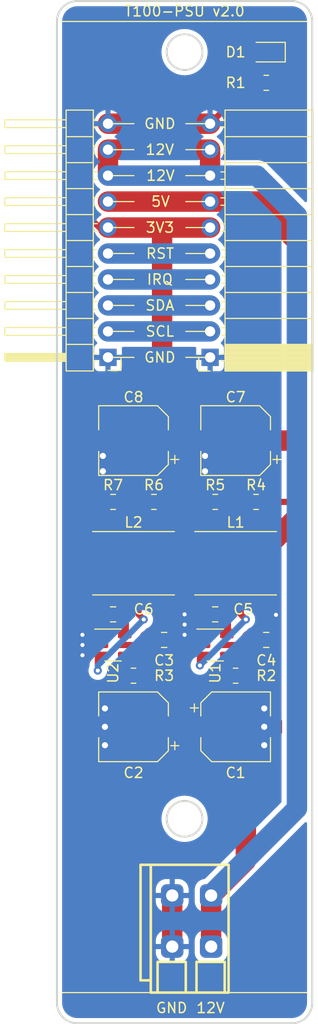
<source format=kicad_pcb>
(kicad_pcb (version 20211014) (generator pcbnew)
  (layers (0 "F.Cu" signal) (31 "B.Cu" signal) (34 "B.Paste" user) (35 "F.Paste" user) (36 "B.SilkS" user "B.Silkscreen") (37 "F.SilkS" user "F.Silkscreen") (38 "B.Mask" user) (39 "F.Mask" user) (44 "Edge.Cuts" user))
  (net 0 "")
  (net 1 "+12V")
  (net 2 "GND")
  (net 3 "Net-(C5-Pad1)")
  (net 4 "Net-(C5-Pad2)")
  (net 5 "Net-(C6-Pad1)")
  (net 6 "Net-(C6-Pad2)")
  (net 7 "+5V")
  (net 8 "+3V3")
  (net 9 "Net-(D1-Pad1)")
  (net 10 "/SCL")
  (net 11 "/SDA")
  (net 12 "/IRQ")
  (net 13 "/RST")
  (net 14 "Net-(R2-Pad1)")
  (net 15 "Net-(R3-Pad1)")
  (net 16 "Net-(R4-Pad1)")
  (net 17 "Net-(R6-Pad1)")
  (footprint "Capacitor_SMD:CP_Elec_6.3x5.4" (layer "F.Cu") (at 115.000001 126 180)
    (fp_text reference "C2" (at 0.000001 -4.5) (layer "F.SilkS"))
    (fp_text value "100u/12V")
    (fp_line (start 3.41 3.41) (end 3.41 1.06) (layer "F.SilkS") (width 0.12))
    (fp_line (start -4.4375 -1.8475) (end -3.65 -1.8475) (layer "F.SilkS") (width 0.12))
    (fp_line (start -2.345563 3.41) (end 3.41 3.41) (layer "F.SilkS") (width 0.12))
    (fp_line (start -3.41 -2.345563) (end -2.345563 -3.41) (layer "F.SilkS") (width 0.12))
    (fp_line (start -4.04375 -2.24125) (end -4.04375 -1.45375) (layer "F.SilkS") (width 0.12))
    (fp_line (start -3.41 2.345563) (end -3.41 1.06) (layer "F.SilkS") (width 0.12))
    (fp_line (start 3.41 -3.41) (end 3.41 -1.06) (layer "F.SilkS") (width 0.12))
    (fp_line (start -3.41 2.345563) (end -2.345563 3.41) (layer "F.SilkS") (width 0.12))
    (fp_line (start -2.345563 -3.41) (end 3.41 -3.41) (layer "F.SilkS") (width 0.12))
    (fp_line (start -3.41 -2.345563) (end -3.41 -1.06) (layer "F.SilkS") (width 0.12))
    (pad "1" smd roundrect locked (at -2.8 0 180) (size 3.5 1.6) (layers "F.Cu" "F.Paste" "F.Mask") (roundrect_rratio 0.15625) (net 1 "+12V"))
    (pad "2" smd roundrect locked (at 2.8 0 180) (size 3.5 1.6) (layers "F.Cu" "F.Paste" "F.Mask") (roundrect_rratio 0.15625) (net 2 "GND"))
  )
  (footprint "Package_TO_SOT_SMD:SOT-23-6" (layer "F.Cu") (at 123.000001 118)
    (fp_text reference "U1" (at -0.000001 2.75 90) (layer "F.SilkS"))
    (fp_text value "FR8205")
    (fp_line (start 0 1.56) (end -0.8 1.56) (layer "F.SilkS") (width 0.12))
    (fp_line (start 0 1.56) (end 0.8 1.56) (layer "F.SilkS") (width 0.12))
    (fp_line (start 0 -1.56) (end -1.8 -1.56) (layer "F.SilkS") (width 0.12))
    (fp_line (start 0 -1.56) (end 0.8 -1.56) (layer "F.SilkS") (width 0.12))
    (pad "1" smd roundrect locked (at -1.1375 -0.95) (size 1.325 0.6) (layers "F.Cu" "F.Paste" "F.Mask") (net 3 "Net-(C5-Pad1)"))
    (pad "2" smd roundrect locked (at -1.1375 0) (size 1.325 0.6) (layers "F.Cu" "F.Paste" "F.Mask") (net 2 "GND"))
    (pad "3" smd roundrect locked (at -1.1375 0.95) (size 1.325 0.6) (layers "F.Cu" "F.Paste" "F.Mask") (net 16 "Net-(R4-Pad1)"))
    (pad "4" smd roundrect locked (at 1.1375 0.95) (size 1.325 0.6) (layers "F.Cu" "F.Paste" "F.Mask") (net 14 "Net-(R2-Pad1)"))
    (pad "5" smd roundrect locked (at 1.1375 0) (size 1.325 0.6) (layers "F.Cu" "F.Paste" "F.Mask") (net 1 "+12V"))
    (pad "6" smd roundrect locked (at 1.1375 -0.95) (size 1.325 0.6) (layers "F.Cu" "F.Paste" "F.Mask") (net 4 "Net-(C5-Pad2)"))
  )
  (footprint "Capacitor_SMD:CP_Elec_6.3x5.4" (layer "F.Cu") (at 115.000001 98 180)
    (fp_text reference "C8" (at 0.000001 4.25) (layer "F.SilkS"))
    (fp_text value "100u/12V")
    (fp_line (start -2.345563 3.41) (end 3.41 3.41) (layer "F.SilkS") (width 0.12))
    (fp_line (start -3.41 2.345563) (end -3.41 1.06) (layer "F.SilkS") (width 0.12))
    (fp_line (start -2.345563 -3.41) (end 3.41 -3.41) (layer "F.SilkS") (width 0.12))
    (fp_line (start -3.41 -2.345563) (end -3.41 -1.06) (layer "F.SilkS") (width 0.12))
    (fp_line (start -3.41 -2.345563) (end -2.345563 -3.41) (layer "F.SilkS") (width 0.12))
    (fp_line (start -4.4375 -1.8475) (end -3.65 -1.8475) (layer "F.SilkS") (width 0.12))
    (fp_line (start -4.04375 -2.24125) (end -4.04375 -1.45375) (layer "F.SilkS") (width 0.12))
    (fp_line (start -3.41 2.345563) (end -2.345563 3.41) (layer "F.SilkS") (width 0.12))
    (fp_line (start 3.41 3.41) (end 3.41 1.06) (layer "F.SilkS") (width 0.12))
    (fp_line (start 3.41 -3.41) (end 3.41 -1.06) (layer "F.SilkS") (width 0.12))
    (pad "1" smd roundrect locked (at -2.8 0 180) (size 3.5 1.6) (layers "F.Cu" "F.Paste" "F.Mask") (roundrect_rratio 0.15625) (net 8 "+3V3"))
    (pad "2" smd roundrect locked (at 2.8 0 180) (size 3.5 1.6) (layers "F.Cu" "F.Paste" "F.Mask") (roundrect_rratio 0.15625) (net 2 "GND"))
  )
  (footprint "Resistor_SMD:R_0805_2012Metric" (layer "F.Cu") (at 115 121)
    (fp_text reference "R3" (at 3 0) (layer "F.SilkS"))
    (fp_text value "100k")
    (fp_line (start -0.227064 0.735) (end 0.227064 0.735) (layer "F.SilkS") (width 0.12))
    (fp_line (start -0.227064 -0.735) (end 0.227064 -0.735) (layer "F.SilkS") (width 0.12))
    (pad "1" smd roundrect locked (at -0.9125 0) (size 1.025 1.4) (layers "F.Cu" "F.Paste" "F.Mask") (roundrect_rratio 0.243902) (net 15 "Net-(R3-Pad1)"))
    (pad "2" smd roundrect locked (at 0.9125 0) (size 1.025 1.4) (layers "F.Cu" "F.Paste" "F.Mask") (roundrect_rratio 0.243902) (net 1 "+12V"))
  )
  (footprint "Drake:CKCS6028" (layer "F.Cu") (at 125.000001 110)
    (fp_text reference "L1" (at -0.000001 -4) (layer "F.SilkS"))
    (fp_text value "6.8uH")
    (fp_line (start -4 3.1) (end 4 3.1) (layer "F.SilkS") (width 0.12))
    (fp_line (start -4 -3.1) (end 4 -3.1) (layer "F.SilkS") (width 0.12))
    (pad "1" smd rect locked (at -2.775 0) (size 2.45 5.9) (layers "F.Cu" "F.Paste" "F.Mask") (net 4 "Net-(C5-Pad2)"))
    (pad "2" smd rect locked (at 2.775 0) (size 2.45 5.9) (layers "F.Cu" "F.Paste" "F.Mask") (net 7 "+5V"))
  )
  (footprint "Resistor_SMD:R_0805_2012Metric" (layer "F.Cu") (at 128 63 180)
    (fp_text reference "R1" (at 3 0) (layer "F.SilkS"))
    (fp_text value "1k5")
    (fp_line (start -0.227064 0.735) (end 0.227064 0.735) (layer "F.SilkS") (width 0.12))
    (fp_line (start -0.227064 -0.735) (end 0.227064 -0.735) (layer "F.SilkS") (width 0.12))
    (pad "1" smd roundrect locked (at -0.9125 0 180) (size 1.025 1.4) (layers "F.Cu" "F.Paste" "F.Mask") (roundrect_rratio 0.243902) (net 9 "Net-(D1-Pad1)"))
    (pad "2" smd roundrect locked (at 0.9125 0 180) (size 1.025 1.4) (layers "F.Cu" "F.Paste" "F.Mask") (roundrect_rratio 0.243902) (net 2 "GND"))
  )
  (footprint "Capacitor_SMD:C_0805_2012Metric" (layer "F.Cu") (at 118.000001 117.5 180)
    (fp_text reference "C3" (at 0 -2) (layer "F.SilkS"))
    (fp_text value "100n")
    (fp_line (start -0.261252 -0.735) (end 0.261252 -0.735) (layer "F.SilkS") (width 0.12))
    (fp_line (start -0.261252 0.735) (end 0.261252 0.735) (layer "F.SilkS") (width 0.12))
    (pad "1" smd roundrect locked (at -0.95 0 180) (size 1 1.45) (layers "F.Cu" "F.Paste" "F.Mask") (net 2 "GND"))
    (pad "2" smd roundrect locked (at 0.95 0 180) (size 1 1.45) (layers "F.Cu" "F.Paste" "F.Mask") (net 1 "+12V"))
  )
  (footprint "Capacitor_SMD:C_0805_2012Metric" (layer "F.Cu") (at 128.000001 117.5 180)
    (fp_text reference "C4" (at 0.000001 -2) (layer "F.SilkS"))
    (fp_text value "100n")
    (fp_line (start -0.261252 -0.735) (end 0.261252 -0.735) (layer "F.SilkS") (width 0.12))
    (fp_line (start -0.261252 0.735) (end 0.261252 0.735) (layer "F.SilkS") (width 0.12))
    (pad "1" smd roundrect locked (at -0.95 0 180) (size 1 1.45) (layers "F.Cu" "F.Paste" "F.Mask") (net 2 "GND"))
    (pad "2" smd roundrect locked (at 0.95 0 180) (size 1 1.45) (layers "F.Cu" "F.Paste" "F.Mask") (net 1 "+12V"))
  )
  (footprint "Connector_PinSocket_2.54mm:PinSocket_1x10_P2.54mm_Horizontal" (layer "F.Cu") (at 122.5 89.86 180)
    (fp_text reference "J3" hide)
    (fp_text value "T100-OUT")
    (fp_line (start -10.09 21.59) (end -1.46 21.59) (layer "F.SilkS") (width 0.12))
    (fp_line (start 0 -1.33) (end 1.11 -1.33) (layer "F.SilkS") (width 0.12))
    (fp_line (start -10.09 -0.619525) (end -1.46 -0.619525) (layer "F.SilkS") (width 0.12))
    (fp_line (start -10.09 3.81) (end -1.46 3.81) (layer "F.SilkS") (width 0.12))
    (fp_line (start -10.09 19.05) (end -1.46 19.05) (layer "F.SilkS") (width 0.12))
    (fp_line (start -10.09 0.089045) (end -1.46 0.089045) (layer "F.SilkS") (width 0.12))
    (fp_line (start -10.09 -0.147145) (end -1.46 -0.147145) (layer "F.SilkS") (width 0.12))
    (fp_line (start -10.09 0.44333) (end -1.46 0.44333) (layer "F.SilkS") (width 0.12))
    (fp_line (start -10.09 -0.73762) (end -1.46 -0.73762) (layer "F.SilkS") (width 0.12))
    (fp_line (start -1.46 10.52) (end -1.05 10.52) (layer "F.SilkS") (width 0.12))
    (fp_line (start -10.09 -1.33) (end -1.46 -1.33) (layer "F.SilkS") (width 0.12))
    (fp_line (start -1.46 22.5) (end -1.05 22.5) (layer "F.SilkS") (width 0.12))
    (fp_line (start -10.09 -0.855715) (end -1.46 -0.855715) (layer "F.SilkS") (width 0.12))
    (fp_line (start -10.09 6.35) (end -1.46 6.35) (layer "F.SilkS") (width 0.12))
    (fp_line (start -10.09 24.19) (end -1.46 24.19) (layer "F.SilkS") (width 0.12))
    (fp_line (start -10.09 -0.26524) (end -1.46 -0.26524) (layer "F.SilkS") (width 0.12))
    (fp_line (start 1.11 -1.33) (end 1.11 0) (layer "F.SilkS") (width 0.12))
    (fp_line (start -1.46 18.14) (end -1.05 18.14) (layer "F.SilkS") (width 0.12))
    (fp_line (start -10.09 0.325235) (end -1.46 0.325235) (layer "F.SilkS") (width 0.12))
    (fp_line (start -1.46 2.18) (end -1.05 2.18) (layer "F.SilkS") (width 0.12))
    (fp_line (start -1.46 17.42) (end -1.05 17.42) (layer "F.SilkS") (width 0.12))
    (fp_line (start -10.09 -0.383335) (end -1.46 -0.383335) (layer "F.SilkS") (width 0.12))
    (fp_line (start -1.46 19.96) (end -1.05 19.96) (layer "F.SilkS") (width 0.12))
    (fp_line (start -10.09 0.91571) (end -1.46 0.91571) (layer "F.SilkS") (width 0.12))
    (fp_line (start -1.46 7.26) (end -1.05 7.26) (layer "F.SilkS") (width 0.12))
    (fp_line (start -10.09 -1.33) (end -10.09 24.19) (layer "F.SilkS") (width 0.12))
    (fp_line (start -1.46 7.98) (end -1.05 7.98) (layer "F.SilkS") (width 0.12))
    (fp_line (start -1.46 14.88) (end -1.05 14.88) (layer "F.SilkS") (width 0.12))
    (fp_line (start -1.46 -0.36) (end -1.11 -0.36) (layer "F.SilkS") (width 0.12))
    (fp_line (start -1.46 13.06) (end -1.05 13.06) (layer "F.SilkS") (width 0.12))
    (fp_line (start -10.09 11.43) (end -1.46 11.43) (layer "F.SilkS") (width 0.12))
    (fp_line (start -10.09 0.561425) (end -1.46 0.561425) (layer "F.SilkS") (width 0.12))
    (fp_line (start -1.46 12.34) (end -1.05 12.34) (layer "F.SilkS") (width 0.12))
    (fp_line (start -10.09 0.20714) (end -1.46 0.20714) (layer "F.SilkS") (width 0.12))
    (fp_line (start -10.09 13.97) (end -1.46 13.97) (layer "F.SilkS") (width 0.12))
    (fp_line (start -10.09 0.797615) (end -1.46 0.797615) (layer "F.SilkS") (width 0.12))
    (fp_line (start -10.09 8.89) (end -1.46 8.89) (layer "F.SilkS") (width 0.12))
    (fp_line (start -10.09 -0.50143) (end -1.46 -0.50143) (layer "F.SilkS") (width 0.12))
    (fp_line (start -10.09 1.27) (end -1.46 1.27) (layer "F.SilkS") (width 0.12))
    (fp_line (start -10.09 -1.21) (end -1.46 -1.21) (layer "F.SilkS") (width 0.12))
    (fp_line (start -1.46 -1.33) (end -1.46 24.19) (layer "F.SilkS") (width 0.12))
    (fp_line (start -10.09 -1.091905) (end -1.46 -1.091905) (layer "F.SilkS") (width 0.12))
    (fp_line (start -10.09 0.67952) (end -1.46 0.67952) (layer "F.SilkS") (width 0.12))
    (fp_line (start -1.46 20.68) (end -1.05 20.68) (layer "F.SilkS") (width 0.12))
    (fp_line (start -1.46 2.9) (end -1.05 2.9) (layer "F.SilkS") (width 0.12))
    (fp_line (start -10.09 -0.97381) (end -1.46 -0.97381) (layer "F.SilkS") (width 0.12))
    (fp_line (start -1.46 15.6) (end -1.05 15.6) (layer "F.SilkS") (width 0.12))
    (fp_line (start -10.09 -0.02905) (end -1.46 -0.02905) (layer "F.SilkS") (width 0.12))
    (fp_line (start -1.46 9.8) (end -1.05 9.8) (layer "F.SilkS") (width 0.12))
    (fp_line (start -1.46 4.72) (end -1.05 4.72) (layer "F.SilkS") (width 0.12))
    (fp_line (start -10.09 1.1519) (end -1.46 1.1519) (layer "F.SilkS") (width 0.12))
    (fp_line (start -1.46 5.44) (end -1.05 5.44) (layer "F.SilkS") (width 0.12))
    (fp_line (start -10.09 1.033805) (end -1.46 1.033805) (layer "F.SilkS") (width 0.12))
    (fp_line (start -1.46 0.36) (end -1.11 0.36) (layer "F.SilkS") (width 0.12))
    (fp_line (start -10.09 16.51) (end -1.46 16.51) (layer "F.SilkS") (width 0.12))
    (fp_line (start -1.46 23.22) (end -1.05 23.22) (layer "F.SilkS") (width 0.12))
    (pad "1" thru_hole rect locked (at 0 0 180) (size 1.7 1.7) (drill 1) (layers *.Cu *.Mask) (net 2 "GND"))
    (pad "2" thru_hole oval locked (at 0 2.54 180) (size 1.7 1.7) (drill 1) (layers *.Cu *.Mask) (net 10 "/SCL"))
    (pad "3" thru_hole oval locked (at 0 5.08 180) (size 1.7 1.7) (drill 1) (layers *.Cu *.Mask) (net 11 "/SDA"))
    (pad "4" thru_hole oval locked (at 0 7.62 180) (size 1.7 1.7) (drill 1) (layers *.Cu *.Mask) (net 12 "/IRQ"))
    (pad "5" thru_hole oval locked (at 0 10.16 180) (size 1.7 1.7) (drill 1) (layers *.Cu *.Mask) (net 13 "/RST"))
    (pad "6" thru_hole oval locked (at 0 12.7 180) (size 1.7 1.7) (drill 1) (layers *.Cu *.Mask) (net 8 "+3V3"))
    (pad "7" thru_hole oval locked (at 0 15.24 180) (size 1.7 1.7) (drill 1) (layers *.Cu *.Mask) (net 7 "+5V"))
    (pad "8" thru_hole oval locked (at 0 17.78 180) (size 1.7 1.7) (drill 1) (layers *.Cu *.Mask) (net 1 "+12V"))
    (pad "9" thru_hole oval locked (at 0 20.32 180) (size 1.7 1.7) (drill 1) (layers *.Cu *.Mask) (net 1 "+12V"))
    (pad "10" thru_hole oval locked (at 0 22.86 180) (size 1.7 1.7) (drill 1) (layers *.Cu *.Mask) (net 2 "GND"))
  )
  (footprint "LED_SMD:LED_0805_2012Metric_Pad1.15x1.40mm_HandSolder" (layer "F.Cu") (at 128 60 180)
    (fp_text reference "D1" (at 3 0) (layer "F.SilkS"))
    (fp_text value "WHITE")
    (fp_line (start -1.86 0.96) (end 1 0.96) (layer "F.SilkS") (width 0.12))
    (fp_line (start 1 -0.96) (end -1.86 -0.96) (layer "F.SilkS") (width 0.12))
    (fp_line (start -1.86 -0.96) (end -1.86 0.96) (layer "F.SilkS") (width 0.12))
    (pad "1" smd roundrect locked (at -1.025 0 180) (size 1.15 1.4) (layers "F.Cu" "F.Paste" "F.Mask") (roundrect_rratio 0.217391) (net 9 "Net-(D1-Pad1)"))
    (pad "2" smd roundrect locked (at 1.025 0 180) (size 1.15 1.4) (layers "F.Cu" "F.Paste" "F.Mask") (roundrect_rratio 0.217391) (net 8 "+3V3"))
  )
  (footprint "Connector_PinHeader_2.54mm:PinHeader_1x10_P2.54mm_Horizontal" (layer "F.Cu") (at 112.5 89.86 180)
    (fp_text reference "J2" hide)
    (fp_text value "T100-IN")
    (fp_line (start 10.1 20.7) (end 4.1 20.7) (layer "F.SilkS") (width 0.12))
    (fp_line (start 1.44 16.51) (end 4.1 16.51) (layer "F.SilkS") (width 0.12))
    (fp_line (start 10.1 9.78) (end 10.1 10.54) (layer "F.SilkS") (width 0.12))
    (fp_line (start 10.1 4.7) (end 10.1 5.46) (layer "F.SilkS") (width 0.12))
    (fp_line (start 1.44 3.81) (end 4.1 3.81) (layer "F.SilkS") (width 0.12))
    (fp_line (start 10.1 14.86) (end 10.1 15.62) (layer "F.SilkS") (width 0.12))
    (fp_line (start 10.1 2.92) (end 4.1 2.92) (layer "F.SilkS") (width 0.12))
    (fp_line (start 1.042929 18.16) (end 1.44 18.16) (layer "F.SilkS") (width 0.12))
    (fp_line (start 10.1 2.16) (end 10.1 2.92) (layer "F.SilkS") (width 0.12))
    (fp_line (start 10.1 0.38) (end 4.1 0.38) (layer "F.SilkS") (width 0.12))
    (fp_line (start 1.042929 20.7) (end 1.44 20.7) (layer "F.SilkS") (width 0.12))
    (fp_line (start 10.1 15.62) (end 4.1 15.62) (layer "F.SilkS") (width 0.12))
    (fp_line (start 1.44 19.05) (end 4.1 19.05) (layer "F.SilkS") (width 0.12))
    (fp_line (start 10.1 19.94) (end 10.1 20.7) (layer "F.SilkS") (width 0.12))
    (fp_line (start 4.1 4.7) (end 10.1 4.7) (layer "F.SilkS") (width 0.12))
    (fp_line (start 4.1 0.04) (end 10.1 0.04) (layer "F.SilkS") (width 0.12))
    (fp_line (start 4.1 9.78) (end 10.1 9.78) (layer "F.SilkS") (width 0.12))
    (fp_line (start 1.11 -0.38) (end 1.44 -0.38) (layer "F.SilkS") (width 0.12))
    (fp_line (start 1.042929 14.86) (end 1.44 14.86) (layer "F.SilkS") (width 0.12))
    (fp_line (start -1.27 -1.27) (end 0 -1.27) (layer "F.SilkS") (width 0.12))
    (fp_line (start 10.1 12.32) (end 10.1 13.08) (layer "F.SilkS") (width 0.12))
    (fp_line (start 4.1 -0.32) (end 10.1 -0.32) (layer "F.SilkS") (width 0.12))
    (fp_line (start 10.1 -0.38) (end 10.1 0.38) (layer "F.SilkS") (width 0.12))
    (fp_line (start 4.1 0.16) (end 10.1 0.16) (layer "F.SilkS") (width 0.12))
    (fp_line (start 1.042929 9.78) (end 1.44 9.78) (layer "F.SilkS") (width 0.12))
    (fp_line (start 10.1 22.48) (end 10.1 23.24) (layer "F.SilkS") (width 0.12))
    (fp_line (start 1.042929 2.16) (end 1.44 2.16) (layer "F.SilkS") (width 0.12))
    (fp_line (start 1.44 6.35) (end 4.1 6.35) (layer "F.SilkS") (width 0.12))
    (fp_line (start 1.44 21.59) (end 4.1 21.59) (layer "F.SilkS") (width 0.12))
    (fp_line (start 4.1 -1.33) (end 1.44 -1.33) (layer "F.SilkS") (width 0.12))
    (fp_line (start 4.1 22.48) (end 10.1 22.48) (layer "F.SilkS") (width 0.12))
    (fp_line (start 10.1 23.24) (end 4.1 23.24) (layer "F.SilkS") (width 0.12))
    (fp_line (start 1.042929 13.08) (end 1.44 13.08) (layer "F.SilkS") (width 0.12))
    (fp_line (start 4.1 -0.2) (end 10.1 -0.2) (layer "F.SilkS") (width 0.12))
    (fp_line (start 1.042929 5.46) (end 1.44 5.46) (layer "F.SilkS") (width 0.12))
    (fp_line (start 10.1 8) (end 4.1 8) (layer "F.SilkS") (width 0.12))
    (fp_line (start -1.27 0) (end -1.27 -1.27) (layer "F.SilkS") (width 0.12))
    (fp_line (start 1.042929 23.24) (end 1.44 23.24) (layer "F.SilkS") (width 0.12))
    (fp_line (start 4.1 0.28) (end 10.1 0.28) (layer "F.SilkS") (width 0.12))
    (fp_line (start 1.042929 17.4) (end 1.44 17.4) (layer "F.SilkS") (width 0.12))
    (fp_line (start 1.042929 22.48) (end 1.44 22.48) (layer "F.SilkS") (width 0.12))
    (fp_line (start 4.1 -0.08) (end 10.1 -0.08) (layer "F.SilkS") (width 0.12))
    (fp_line (start 1.44 8.89) (end 4.1 8.89) (layer "F.SilkS") (width 0.12))
    (fp_line (start 1.042929 2.92) (end 1.44 2.92) (layer "F.SilkS") (width 0.12))
    (fp_line (start 10.1 17.4) (end 10.1 18.16) (layer "F.SilkS") (width 0.12))
    (fp_line (start 4.1 -0.38) (end 10.1 -0.38) (layer "F.SilkS") (width 0.12))
    (fp_line (start 10.1 7.24) (end 10.1 8) (layer "F.SilkS") (width 0.12))
    (fp_line (start 10.1 10.54) (end 4.1 10.54) (layer "F.SilkS") (width 0.12))
    (fp_line (start 10.1 5.46) (end 4.1 5.46) (layer "F.SilkS") (width 0.12))
    (fp_line (start 1.44 -1.33) (end 1.44 24.19) (layer "F.SilkS") (width 0.12))
    (fp_line (start 4.1 12.32) (end 10.1 12.32) (layer "F.SilkS") (width 0.12))
    (fp_line (start 4.1 19.94) (end 10.1 19.94) (layer "F.SilkS") (width 0.12))
    (fp_line (start 1.042929 4.7) (end 1.44 4.7) (layer "F.SilkS") (width 0.12))
    (fp_line (start 1.042929 7.24) (end 1.44 7.24) (layer "F.SilkS") (width 0.12))
    (fp_line (start 4.1 14.86) (end 10.1 14.86) (layer "F.SilkS") (width 0.12))
    (fp_line (start 1.44 13.97) (end 4.1 13.97) (layer "F.SilkS") (width 0.12))
    (fp_line (start 1.042929 15.62) (end 1.44 15.62) (layer "F.SilkS") (width 0.12))
    (fp_line (start 1.042929 8) (end 1.44 8) (layer "F.SilkS") (width 0.12))
    (fp_line (start 1.44 1.27) (end 4.1 1.27) (layer "F.SilkS") (width 0.12))
    (fp_line (start 10.1 13.08) (end 4.1 13.08) (layer "F.SilkS") (width 0.12))
    (fp_line (start 4.1 7.24) (end 10.1 7.24) (layer "F.SilkS") (width 0.12))
    (fp_line (start 4.1 2.16) (end 10.1 2.16) (layer "F.SilkS") (width 0.12))
    (fp_line (start 1.042929 19.94) (end 1.44 19.94) (layer "F.SilkS") (width 0.12))
    (fp_line (start 10.1 18.16) (end 4.1 18.16) (layer "F.SilkS") (width 0.12))
    (fp_line (start 1.11 0.38) (end 1.44 0.38) (layer "F.SilkS") (width 0.12))
    (fp_line (start 1.042929 10.54) (end 1.44 10.54) (layer "F.SilkS") (width 0.12))
    (fp_line (start 1.042929 12.32) (end 1.44 12.32) (layer "F.SilkS") (width 0.12))
    (fp_line (start 4.1 24.19) (end 4.1 -1.33) (layer "F.SilkS") (width 0.12))
    (fp_line (start 1.44 24.19) (end 4.1 24.19) (layer "F.SilkS") (width 0.12))
    (fp_line (start 4.1 17.4) (end 10.1 17.4) (layer "F.SilkS") (width 0.12))
    (fp_line (start 1.44 11.43) (end 4.1 11.43) (layer "F.SilkS") (width 0.12))
    (pad "1" thru_hole rect locked (at 0 0 180) (size 1.7 1.7) (drill 1) (layers *.Cu *.Mask) (net 2 "GND"))
    (pad "2" thru_hole oval locked (at 0 2.54 180) (size 1.7 1.7) (drill 1) (layers *.Cu *.Mask) (net 10 "/SCL"))
    (pad "3" thru_hole oval locked (at 0 5.08 180) (size 1.7 1.7) (drill 1) (layers *.Cu *.Mask) (net 11 "/SDA"))
    (pad "4" thru_hole oval locked (at 0 7.62 180) (size 1.7 1.7) (drill 1) (layers *.Cu *.Mask) (net 12 "/IRQ"))
    (pad "5" thru_hole oval locked (at 0 10.16 180) (size 1.7 1.7) (drill 1) (layers *.Cu *.Mask) (net 13 "/RST"))
    (pad "6" thru_hole oval locked (at 0 12.7 180) (size 1.7 1.7) (drill 1) (layers *.Cu *.Mask) (net 8 "+3V3"))
    (pad "7" thru_hole oval locked (at 0 15.24 180) (size 1.7 1.7) (drill 1) (layers *.Cu *.Mask) (net 7 "+5V"))
    (pad "8" thru_hole oval locked (at 0 17.78 180) (size 1.7 1.7) (drill 1) (layers *.Cu *.Mask) (net 1 "+12V"))
    (pad "9" thru_hole oval locked (at 0 20.32 180) (size 1.7 1.7) (drill 1) (layers *.Cu *.Mask) (net 1 "+12V"))
    (pad "10" thru_hole oval locked (at 0 22.86 180) (size 1.7 1.7) (drill 1) (layers *.Cu *.Mask) (net 2 "GND"))
  )
  (footprint "Resistor_SMD:R_0805_2012Metric" (layer "F.Cu") (at 127.000001 104)
    (fp_text reference "R4" (at 0 -1.65) (layer "F.SilkS"))
    (fp_text value "30.9k 1%")
    (fp_line (start -0.227064 -0.735) (end 0.227064 -0.735) (layer "F.SilkS") (width 0.12))
    (fp_line (start -0.227064 0.735) (end 0.227064 0.735) (layer "F.SilkS") (width 0.12))
    (pad "1" smd roundrect locked (at -0.9125 0) (size 1.025 1.4) (layers "F.Cu" "F.Paste" "F.Mask") (roundrect_rratio 0.243902) (net 16 "Net-(R4-Pad1)"))
    (pad "2" smd roundrect locked (at 0.9125 0) (size 1.025 1.4) (layers "F.Cu" "F.Paste" "F.Mask") (roundrect_rratio 0.243902) (net 7 "+5V"))
  )
  (footprint "Package_TO_SOT_SMD:SOT-23-6" (layer "F.Cu") (at 113.000001 118)
    (fp_text reference "U2" (at -0.000001 2.75 90) (layer "F.SilkS"))
    (fp_text value "FR8205")
    (fp_line (start 0 -1.56) (end -1.8 -1.56) (layer "F.SilkS") (width 0.12))
    (fp_line (start 0 -1.56) (end 0.8 -1.56) (layer "F.SilkS") (width 0.12))
    (fp_line (start 0 1.56) (end -0.8 1.56) (layer "F.SilkS") (width 0.12))
    (fp_line (start 0 1.56) (end 0.8 1.56) (layer "F.SilkS") (width 0.12))
    (pad "1" smd roundrect locked (at -1.1375 -0.95) (size 1.325 0.6) (layers "F.Cu" "F.Paste" "F.Mask") (net 5 "Net-(C6-Pad1)"))
    (pad "2" smd roundrect locked (at -1.1375 0) (size 1.325 0.6) (layers "F.Cu" "F.Paste" "F.Mask") (net 2 "GND"))
    (pad "3" smd roundrect locked (at -1.1375 0.95) (size 1.325 0.6) (layers "F.Cu" "F.Paste" "F.Mask") (net 17 "Net-(R6-Pad1)"))
    (pad "4" smd roundrect locked (at 1.1375 0.95) (size 1.325 0.6) (layers "F.Cu" "F.Paste" "F.Mask") (net 15 "Net-(R3-Pad1)"))
    (pad "5" smd roundrect locked (at 1.1375 0) (size 1.325 0.6) (layers "F.Cu" "F.Paste" "F.Mask") (net 1 "+12V"))
    (pad "6" smd roundrect locked (at 1.1375 -0.95) (size 1.325 0.6) (layers "F.Cu" "F.Paste" "F.Mask") (net 6 "Net-(C6-Pad2)"))
  )
  (footprint "Resistor_SMD:R_0805_2012Metric" (layer "F.Cu") (at 123.000001 104)
    (fp_text reference "R5" (at 0 -1.65) (layer "F.SilkS"))
    (fp_text value "4.22k 1%")
    (fp_line (start -0.227064 -0.735) (end 0.227064 -0.735) (layer "F.SilkS") (width 0.12))
    (fp_line (start -0.227064 0.735) (end 0.227064 0.735) (layer "F.SilkS") (width 0.12))
    (pad "1" smd roundrect locked (at -0.9125 0) (size 1.025 1.4) (layers "F.Cu" "F.Paste" "F.Mask") (roundrect_rratio 0.243902) (net 2 "GND"))
    (pad "2" smd roundrect locked (at 0.9125 0) (size 1.025 1.4) (layers "F.Cu" "F.Paste" "F.Mask") (roundrect_rratio 0.243902) (net 16 "Net-(R4-Pad1)"))
  )
  (footprint "Resistor_SMD:R_0805_2012Metric" (layer "F.Cu") (at 113.000001 104)
    (fp_text reference "R7" (at 0 -1.65) (layer "F.SilkS"))
    (fp_text value "6.65k 1%")
    (fp_line (start -0.227064 -0.735) (end 0.227064 -0.735) (layer "F.SilkS") (width 0.12))
    (fp_line (start -0.227064 0.735) (end 0.227064 0.735) (layer "F.SilkS") (width 0.12))
    (pad "1" smd roundrect locked (at -0.9125 0) (size 1.025 1.4) (layers "F.Cu" "F.Paste" "F.Mask") (roundrect_rratio 0.243902) (net 2 "GND"))
    (pad "2" smd roundrect locked (at 0.9125 0) (size 1.025 1.4) (layers "F.Cu" "F.Paste" "F.Mask") (roundrect_rratio 0.243902) (net 17 "Net-(R6-Pad1)"))
  )
  (footprint "Drake:CKCS6028" (layer "F.Cu") (at 115.000001 110)
    (fp_text reference "L2" (at 0 -4) (layer "F.SilkS"))
    (fp_text value "6.8uH")
    (fp_line (start -4 3.1) (end 4 3.1) (layer "F.SilkS") (width 0.12))
    (fp_line (start -4 -3.1) (end 4 -3.1) (layer "F.SilkS") (width 0.12))
    (pad "1" smd rect locked (at -2.775 0) (size 2.45 5.9) (layers "F.Cu" "F.Paste" "F.Mask") (net 6 "Net-(C6-Pad2)"))
    (pad "2" smd rect locked (at 2.775 0) (size 2.45 5.9) (layers "F.Cu" "F.Paste" "F.Mask") (net 8 "+3V3"))
  )
  (footprint "Resistor_SMD:R_0805_2012Metric" (layer "F.Cu") (at 117.000001 104)
    (fp_text reference "R6" (at 0 -1.65) (layer "F.SilkS"))
    (fp_text value "30k 1%")
    (fp_line (start -0.227064 -0.735) (end 0.227064 -0.735) (layer "F.SilkS") (width 0.12))
    (fp_line (start -0.227064 0.735) (end 0.227064 0.735) (layer "F.SilkS") (width 0.12))
    (pad "1" smd roundrect locked (at -0.9125 0) (size 1.025 1.4) (layers "F.Cu" "F.Paste" "F.Mask") (roundrect_rratio 0.243902) (net 17 "Net-(R6-Pad1)"))
    (pad "2" smd roundrect locked (at 0.9125 0) (size 1.025 1.4) (layers "F.Cu" "F.Paste" "F.Mask") (roundrect_rratio 0.243902) (net 8 "+3V3"))
  )
  (footprint "Capacitor_SMD:C_0805_2012Metric" (layer "F.Cu") (at 123.000001 115)
    (fp_text reference "C5" (at 2.749999 -0.5) (layer "F.SilkS"))
    (fp_text value "100n")
    (fp_line (start -0.261252 -0.735) (end 0.261252 -0.735) (layer "F.SilkS") (width 0.12))
    (fp_line (start -0.261252 0.735) (end 0.261252 0.735) (layer "F.SilkS") (width 0.12))
    (pad "1" smd roundrect locked (at -0.95 0) (size 1 1.45) (layers "F.Cu" "F.Paste" "F.Mask") (net 3 "Net-(C5-Pad1)"))
    (pad "2" smd roundrect locked (at 0.95 0) (size 1 1.45) (layers "F.Cu" "F.Paste" "F.Mask") (net 4 "Net-(C5-Pad2)"))
  )
  (footprint "Drake:DG235-3.81-02P" (layer "F.Cu") (at 118.790001 142.5)
    (fp_text reference "J1" hide)
    (fp_text value "Conn_01x02_Female")
    (fp_line (start -3.099999 8.301751) (end -2.1 8.301751) (layer "F.SilkS") (width 0.254))
    (fp_line (start 1.329 6.5) (end -1.432999 6.5) (layer "F.SilkS") (width 0.254))
    (fp_line (start 2.377 9.5) (end 2.377 6.5) (layer "F.SilkS") (width 0.254))
    (fp_line (start -1.432999 9.5) (end -1.432999 6.5) (layer "F.SilkS") (width 0.254))
    (fp_line (start -2.1 9.5) (end 5.52 9.499999) (layer "F.SilkS") (width 0.254))
    (fp_line (start -3.1 -3) (end -2.1 -3) (layer "F.SilkS") (width 0.254))
    (fp_line (start -2.1 -3) (end -2.1 8.301751) (layer "F.SilkS") (width 0.254))
    (fp_line (start -2.1 -3) (end 5.52 -3) (layer "F.SilkS") (width 0.254))
    (fp_line (start 5.139 6.5) (end 2.377 6.5) (layer "F.SilkS") (width 0.254))
    (fp_line (start 5.139 9.5) (end 5.139 6.5) (layer "F.SilkS") (width 0.254))
    (fp_line (start 5.52 -3) (end 5.52 9.499999) (layer "F.SilkS") (width 0.254))
    (fp_line (start 1.329 9.5) (end 1.329 6.5) (layer "F.SilkS") (width 0.254))
    (fp_line (start -3.1 -3) (end -3.099999 8.301751) (layer "F.SilkS") (width 0.254))
    (fp_line (start -2.1 -3) (end -2.1 9.5) (layer "F.SilkS") (width 0.254))
    (pad "1" thru_hole roundrect (at 0 0) (size 2.2 2.2) (drill 1.2) (layers *.Cu *.Mask) (net 2 "GND"))
    (pad "1" thru_hole roundrect (at 0 5) (size 2.2 2.2) (drill 1.2) (layers *.Cu *.Mask) (net 2 "GND"))
    (pad "2" thru_hole roundrect (at 3.81 0) (size 2.2 2.2) (drill 1.2) (layers *.Cu *.Mask) (net 1 "+12V"))
    (pad "2" thru_hole roundrect (at 3.81 5) (size 2.2 2.2) (drill 1.2) (layers *.Cu *.Mask) (net 1 "+12V"))
  )
  (footprint "Capacitor_SMD:CP_Elec_6.3x5.4" (layer "F.Cu") (at 125.000001 126)
    (fp_text reference "C1" (at 0 4.5) (layer "F.SilkS"))
    (fp_text value "100u/12V")
    (fp_line (start -4.4375 -1.8475) (end -3.65 -1.8475) (layer "F.SilkS") (width 0.12))
    (fp_line (start -3.41 -2.345563) (end -2.345563 -3.41) (layer "F.SilkS") (width 0.12))
    (fp_line (start -3.41 -2.345563) (end -3.41 -1.06) (layer "F.SilkS") (width 0.12))
    (fp_line (start -3.41 2.345563) (end -3.41 1.06) (layer "F.SilkS") (width 0.12))
    (fp_line (start -2.345563 3.41) (end 3.41 3.41) (layer "F.SilkS") (width 0.12))
    (fp_line (start -4.04375 -2.24125) (end -4.04375 -1.45375) (layer "F.SilkS") (width 0.12))
    (fp_line (start -2.345563 -3.41) (end 3.41 -3.41) (layer "F.SilkS") (width 0.12))
    (fp_line (start 3.41 3.41) (end 3.41 1.06) (layer "F.SilkS") (width 0.12))
    (fp_line (start -3.41 2.345563) (end -2.345563 3.41) (layer "F.SilkS") (width 0.12))
    (fp_line (start 3.41 -3.41) (end 3.41 -1.06) (layer "F.SilkS") (width 0.12))
    (pad "1" smd roundrect locked (at -2.8 0) (size 3.5 1.6) (layers "F.Cu" "F.Paste" "F.Mask") (roundrect_rratio 0.15625) (net 1 "+12V"))
    (pad "2" smd roundrect locked (at 2.8 0) (size 3.5 1.6) (layers "F.Cu" "F.Paste" "F.Mask") (roundrect_rratio 0.15625) (net 2 "GND"))
  )
  (footprint "Capacitor_SMD:CP_Elec_6.3x5.4" (layer "F.Cu") (at 125.000001 98 180)
    (fp_text reference "C7" (at 0.000001 4.25) (layer "F.SilkS"))
    (fp_text value "100u/12V")
    (fp_line (start -4.4375 -1.8475) (end -3.65 -1.8475) (layer "F.SilkS") (width 0.12))
    (fp_line (start -3.41 2.345563) (end -3.41 1.06) (layer "F.SilkS") (width 0.12))
    (fp_line (start 3.41 3.41) (end 3.41 1.06) (layer "F.SilkS") (width 0.12))
    (fp_line (start -3.41 2.345563) (end -2.345563 3.41) (layer "F.SilkS") (width 0.12))
    (fp_line (start -2.345563 -3.41) (end 3.41 -3.41) (layer "F.SilkS") (width 0.12))
    (fp_line (start -3.41 -2.345563) (end -3.41 -1.06) (layer "F.SilkS") (width 0.12))
    (fp_line (start -2.345563 3.41) (end 3.41 3.41) (layer "F.SilkS") (width 0.12))
    (fp_line (start 3.41 -3.41) (end 3.41 -1.06) (layer "F.SilkS") (width 0.12))
    (fp_line (start -4.04375 -2.24125) (end -4.04375 -1.45375) (layer "F.SilkS") (width 0.12))
    (fp_line (start -3.41 -2.345563) (end -2.345563 -3.41) (layer "F.SilkS") (width 0.12))
    (pad "1" smd roundrect locked (at -2.8 0 180) (size 3.5 1.6) (layers "F.Cu" "F.Paste" "F.Mask") (roundrect_rratio 0.15625) (net 7 "+5V"))
    (pad "2" smd roundrect locked (at 2.8 0 180) (size 3.5 1.6) (layers "F.Cu" "F.Paste" "F.Mask") (roundrect_rratio 0.15625) (net 2 "GND"))
  )
  (footprint "Capacitor_SMD:C_0805_2012Metric" (layer "F.Cu") (at 113.000001 115)
    (fp_text reference "C6" (at 2.999999 -0.5) (layer "F.SilkS"))
    (fp_text value "100n")
    (fp_line (start -0.261252 -0.735) (end 0.261252 -0.735) (layer "F.SilkS") (width 0.12))
    (fp_line (start -0.261252 0.735) (end 0.261252 0.735) (layer "F.SilkS") (width 0.12))
    (pad "1" smd roundrect locked (at -0.95 0) (size 1 1.45) (layers "F.Cu" "F.Paste" "F.Mask") (net 5 "Net-(C6-Pad1)"))
    (pad "2" smd roundrect locked (at 0.95 0) (size 1 1.45) (layers "F.Cu" "F.Paste" "F.Mask") (net 6 "Net-(C6-Pad2)"))
  )
  (footprint "Resistor_SMD:R_0805_2012Metric" (layer "F.Cu") (at 125 121)
    (fp_text reference "R2" (at 3 0) (layer "F.SilkS"))
    (fp_text value "100k")
    (fp_line (start -0.227064 0.735) (end 0.227064 0.735) (layer "F.SilkS") (width 0.12))
    (fp_line (start -0.227064 -0.735) (end 0.227064 -0.735) (layer "F.SilkS") (width 0.12))
    (pad "1" smd roundrect locked (at -0.9125 0) (size 1.025 1.4) (layers "F.Cu" "F.Paste" "F.Mask") (roundrect_rratio 0.243902) (net 14 "Net-(R2-Pad1)"))
    (pad "2" smd roundrect locked (at 0.9125 0) (size 1.025 1.4) (layers "F.Cu" "F.Paste" "F.Mask") (roundrect_rratio 0.243902) (net 1 "+12V"))
  )
  (gr_line (start 112.5 72.08) (end 115.04 72.08) (layer "F.SilkS") (width 0.12))
  (gr_line (start 112.5 77.16) (end 115.04 77.16) (layer "F.SilkS") (width 0.12))
  (gr_line (start 120.12 79.7) (end 122.66 79.7) (layer "F.SilkS") (width 0.12))
  (gr_line (start 120.12 89.86) (end 122.66 89.86) (layer "F.SilkS") (width 0.12))
  (gr_line (start 120.12 87.32) (end 122.66 87.32) (layer "F.SilkS") (width 0.12))
  (gr_line (start 120.12 69.54) (end 122.66 69.54) (layer "F.SilkS") (width 0.12))
  (gr_line (start 120.12 77.16) (end 122.66 77.16) (layer "F.SilkS") (width 0.12))
  (gr_line (start 124.310001 151.999999) (end 132 152) (layer "F.SilkS") (width 0.12))
  (gr_line (start 120.12 72.08) (end 122.66 72.08) (layer "F.SilkS") (width 0.12))
  (gr_line (start 112.5 74.62) (end 115.04 74.62) (layer "F.SilkS") (width 0.12))
  (gr_line (start 120.12 74.62) (end 122.66 74.62) (layer "F.SilkS") (width 0.12))
  (gr_line (start 112.5 84.78) (end 115.04 84.78) (layer "F.SilkS") (width 0.12))
  (gr_line (start 112.5 87.32) (end 115.04 87.32) (layer "F.SilkS") (width 0.12))
  (gr_line (start 112.5 79.7) (end 115.04 79.7) (layer "F.SilkS") (width 0.12))
  (gr_line (start 116.690001 152) (end 108 152) (layer "F.SilkS") (width 0.12))
  (gr_line (start 112.5 67) (end 115.04 67) (layer "F.SilkS") (width 0.12))
  (gr_line (start 112.5 89.86) (end 115.04 89.86) (layer "F.SilkS") (width 0.12))
  (gr_line (start 122.66 67) (end 120.12 67) (layer "F.SilkS") (width 0.12))
  (gr_line (start 112.5 82.24) (end 115.04 82.24) (layer "F.SilkS") (width 0.12))
  (gr_line (start 120.12 82.24) (end 122.66 82.24) (layer "F.SilkS") (width 0.12))
  (gr_line (start 120.12 84.78) (end 122.66 84.78) (layer "F.SilkS") (width 0.12))
  (gr_line (start 112.5 69.54) (end 115.04 69.54) (layer "F.SilkS") (width 0.12))
  (gr_line (start 132 57) (end 108 57) (layer "F.SilkS") (width 0.12))
  (gr_line (start 130.5 155) (end 109.500001 155) (layer "Edge.Cuts") (width 0.2))
  (gr_arc (start 130.5 55) (mid 131.914214 55.585786) (end 132.5 57) (layer "Edge.Cuts") (width 0.2))
  (gr_arc (start 107.500001 57) (mid 108.085787 55.585786) (end 109.500001 55) (layer "Edge.Cuts") (width 0.2))
  (gr_line (start 130.5 55) (end 109.500001 55) (layer "Edge.Cuts") (width 0.2))
  (gr_line (start 107.500001 153) (end 107.500001 57) (layer "Edge.Cuts") (width 0.2))
  (gr_arc (start 132.5 153) (mid 131.914214 154.414214) (end 130.5 155) (layer "Edge.Cuts") (width 0.2))
  (gr_circle (center 120 135) (end 121.75 135) (layer "Edge.Cuts") (width 0.2) (fill none))
  (gr_circle (center 120 60) (end 121.75 60) (layer "Edge.Cuts") (width 0.2) (fill none))
  (gr_line (start 132.5 153) (end 132.5 57) (layer "Edge.Cuts") (width 0.2))
  (gr_arc (start 109.500001 155) (mid 108.085787 154.414214) (end 107.500001 153) (layer "Edge.Cuts") (width 0.2))
  (gr_text "SDA" (at 117.58 84.78) (layer "F.SilkS") (effects (font (size 1 1))))
  (gr_text "RST" (at 117.595793 79.7) (layer "F.SilkS") (effects (font (size 1 1))))
  (gr_text "SCL" (at 117.58 87.32) (layer "F.SilkS") (effects (font (size 1 1))))
  (gr_text "GND" (at 118.738001 153.5) (layer "F.SilkS") (effects (font (size 1 1))))
  (gr_text "T100-PSU v2.0" (at 120 56) (layer "F.SilkS") (effects (font (size 1 1))))
  (gr_text "GND" (at 117.58 67) (layer "F.SilkS") (effects (font (size 1 1))))
  (gr_text "5V" (at 117.645768 74.62) (layer "F.SilkS") (effects (font (size 1 1))))
  (gr_text "12V" (at 117.58 69.54) (layer "F.SilkS") (effects (font (size 1 1))))
  (gr_text "GND" (at 117.58 89.86) (layer "F.SilkS") (effects (font (size 1 1))))
  (gr_text "IRQ" (at 117.58 82.24) (layer "F.SilkS") (effects (font (size 1 1))))
  (gr_text "3V3" (at 117.595793 77.16) (layer "F.SilkS") (effects (font (size 1 1))))
  (gr_text "12V" (at 122.548001 153.5) (layer "F.SilkS") (effects (font (size 1 1))))
  (gr_text "12V" (at 117.645768 72.08) (layer "F.SilkS") (effects (font (size 1 1))))
  (segment (start 116.5 124.699999) (end 117.800001 126) (width 2) (layer "F.Cu") (net 1))
  (segment (start 120 126) (end 117.800001 126) (width 2) (layer "F.Cu") (net 1))
  (segment (start 123.25 127.25) (end 126 130) (width 2) (layer "F.Cu") (net 1))
  (segment (start 120 126) (end 122 126) (width 2) (layer "F.Cu") (net 1))
  (segment (start 117.050001 117.5) (end 117.000001 117.5) (width 0.6) (layer "F.Cu") (net 1))
  (segment (start 116.5 117.5) (end 116 118) (width 0.6) (layer "F.Cu") (net 1))
  (segment (start 124.137501 118) (end 126.000001 118) (width 0.6) (layer "F.Cu") (net 1))
  (segment (start 126.5 117.5) (end 126.5 122) (width 2) (layer "F.Cu") (net 1))
  (segment (start 126.5 122) (end 123.25 125.25) (width 2) (layer "F.Cu") (net 1))
  (segment (start 121 126) (end 120 126) (width 2) (layer "F.Cu") (net 1))
  (segment (start 122.600001 147.5) (end 122.600001 142.5) (width 2) (layer "F.Cu") (net 1))
  (segment (start 122.5 72.08) (end 112.5 72.08) (width 2) (layer "F.Cu") (net 1))
  (segment (start 123.25 125.25) (end 123.25 127.25) (width 2) (layer "F.Cu") (net 1))
  (segment (start 126 139.100001) (end 122.600001 142.5) (width 2) (layer "F.Cu") (net 1))
  (segment (start 122 126) (end 123.25 127.25) (width 2) (layer "F.Cu") (net 1))
  (segment (start 122.5 69.54) (end 122.5 72.08) (width 2) (layer "F.Cu") (net 1))
  (segment (start 126 130) (end 126 139.100001) (width 2) (layer "F.Cu") (net 1))
  (segment (start 112.5 72.08) (end 112.5 69.54) (width 2) (layer "F.Cu") (net 1))
  (segment (start 116 118) (end 114.137501 118) (width 0.6) (layer "F.Cu") (net 1))
  (segment (start 116.5 117.5) (end 116.5 124.699999) (width 2) (layer "F.Cu") (net 1))
  (segment (start 112.5 69.54) (end 122.5 69.54) (width 2) (layer "F.Cu") (net 1))
  (segment (start 122.200001 126) (end 121 126) (width 2) (layer "F.Cu") (net 1))
  (segment (start 127.08 72.08) (end 112.5 72.08) (width 2) (layer "B.Cu") (net 1))
  (segment (start 131 76) (end 127.08 72.08) (width 2) (layer "B.Cu") (net 1))
  (segment (start 122.600001 142.5) (end 122.600001 142.399999) (width 2) (layer "B.Cu") (net 1))
  (segment (start 131 134) (end 131 76) (width 2) (layer "B.Cu") (net 1))
  (segment (start 122.600001 142.399999) (end 131 134) (width 2) (layer "B.Cu") (net 1))
  (segment (start 127.800001 126) (end 127.800001 124.199999) (width 2) (layer "F.Cu") (net 2))
  (segment (start 112.087501 101.087501) (end 112 101) (width 0.6) (layer "F.Cu") (net 2))
  (segment (start 112.087501 104) (end 112.087501 101.087501) (width 0.6) (layer "F.Cu") (net 2))
  (segment (start 119.450001 117) (end 118.950001 117.5) (width 0.6) (layer "F.Cu") (net 2))
  (segment (start 112.200001 126) (end 112.200001 124.200001) (width 2) (layer "F.Cu") (net 2))
  (segment (start 110 118) (end 111.862501 118) (width 0.6) (layer "F.Cu") (net 2))
  (segment (start 120 117) (end 120 116) (width 0.6) (layer "F.Cu") (net 2))
  (segment (start 120 117) (end 119.450001 117) (width 0.6) (layer "F.Cu") (net 2))
  (segment (start 122 98.200001) (end 122 99.5) (width 2) (layer "F.Cu") (net 2))
  (segment (start 112 98.200001) (end 112 99.5) (width 2) (layer "F.Cu") (net 2))
  (segment (start 121.862501 118) (end 121 118) (width 0.6) (layer "F.Cu") (net 2))
  (segment (start 112 99.5) (end 112 101) (width 2) (layer "F.Cu") (net 2))
  (segment (start 122 99.5) (end 122 101) (width 2) (layer "F.Cu") (net 2))
  (segment (start 121 118) (end 120 117) (width 0.6) (layer "F.Cu") (net 2))
  (segment (start 118.790001 147.5) (end 118.790001 142.5) (width 2) (layer "F.Cu") (net 2))
  (segment (start 112.5 67) (end 122.5 67) (width 2) (layer "F.Cu") (net 2))
  (segment (start 110 118) (end 110 117) (width 0.4) (layer "F.Cu") (net 2))
  (segment (start 126.5 63) (end 122.5 67) (width 0.6) (layer "F.Cu") (net 2))
  (segment (start 127.800001 126) (end 127.800001 127.800001) (width 2) (layer "F.Cu") (net 2))
  (segment (start 110 117) (end 110 119) (width 0.6) (layer "F.Cu") (net 2))
  (segment (start 127.0875 63) (end 126.5 63) (width 0.6) (layer "F.Cu") (net 2))
  (segment (start 128.950001 117.5) (end 128.950001 115.049999) (width 0.6) (layer "F.Cu") (net 2))
  (segment (start 122.087501 101.087501) (end 122 101) (width 0.6) (layer "F.Cu") (net 2))
  (segment (start 112.200001 126) (end 112.200001 127.799999) (width 2) (layer "F.Cu") (net 2))
  (segment (start 112.200001 98) (end 112 98.200001) (width 2) (layer "F.Cu") (net 2))
  (segment (start 122.087501 104) (end 122.087501 101.087501) (width 0.6) (layer "F.Cu") (net 2))
  (segment (start 122.200001 98) (end 122 98.200001) (width 2) (layer "F.Cu") (net 2))
  (segment (start 120 116) (end 120 115) (width 0.6) (layer "F.Cu") (net 2))
  (via (at 127.800001 126) (size 0.9) (drill 0.6) (layers "F.Cu" "B.Cu") (net 2))
  (via (at 112 101) (size 0.9) (drill 0.6) (layers "F.Cu" "B.Cu") (net 2))
  (via (at 122 101) (size 0.9) (drill 0.6) (layers "F.Cu" "B.Cu") (net 2))
  (via (at 127.800001 127.800001) (size 0.9) (drill 0.6) (layers "F.Cu" "B.Cu") (net 2))
  (via (at 120 115) (size 0.8) (drill 0.4) (layers "F.Cu" "B.Cu") (net 2))
  (via (at 127.800001 124.199999) (size 0.9) (drill 0.6) (layers "F.Cu" "B.Cu") (net 2))
  (via (at 112 99.5) (size 0.9) (drill 0.6) (layers "F.Cu" "B.Cu") (net 2))
  (via (at 120 117) (size 0.8) (drill 0.4) (layers "F.Cu" "B.Cu") (net 2))
  (via (at 112.200001 126) (size 0.9) (drill 0.6) (layers "F.Cu" "B.Cu") (net 2))
  (via (at 128.950001 115.049999) (size 0.8) (drill 0.4) (layers "F.Cu" "B.Cu") (net 2))
  (via (at 122 99.5) (size 0.9) (drill 0.6) (layers "F.Cu" "B.Cu") (net 2))
  (via (at 110 119) (size 0.8) (drill 0.4) (layers "F.Cu" "B.Cu") (net 2))
  (via (at 110 118) (size 0.8) (drill 0.4) (layers "F.Cu" "B.Cu") (net 2))
  (via (at 112.200001 124.200001) (size 0.9) (drill 0.6) (layers "F.Cu" "B.Cu") (net 2))
  (via (at 110 117) (size 0.8) (drill 0.4) (layers "F.Cu" "B.Cu") (net 2))
  (via (at 120 116) (size 0.8) (drill 0.4) (layers "F.Cu" "B.Cu") (net 2))
  (via (at 112.200001 127.799999) (size 0.9) (drill 0.6) (layers "F.Cu" "B.Cu") (net 2))
  (segment (start 122.050001 115) (end 122.050001 116.5) (width 1.2) (layer "F.Cu") (net 3))
  (segment (start 123.950001 116.450001) (end 124 116.5) (width 1.2) (layer "F.Cu") (net 4))
  (segment (start 123.950001 115) (end 123.950001 116.450001) (width 1.2) (layer "F.Cu") (net 4))
  (segment (start 122.225001 111.725001) (end 123.5 113) (width 1.2) (layer "F.Cu") (net 4))
  (segment (start 123.950001 115) (end 123.950001 113.450001) (width 1.2) (layer "F.Cu") (net 4))
  (segment (start 122.225001 110) (end 122.225001 111.725001) (width 1.2) (layer "F.Cu") (net 4))
  (segment (start 123.950001 113.450001) (end 123.5 113) (width 1.2) (layer "F.Cu") (net 4))
  (segment (start 112.050001 115) (end 112.050001 116.449999) (width 1.2) (layer "F.Cu") (net 5))
  (segment (start 113.950001 115) (end 113.950001 116.450001) (width 1.2) (layer "F.Cu") (net 6))
  (segment (start 112.225001 111.725001) (end 113.5 113) (width 1.2) (layer "F.Cu") (net 6))
  (segment (start 113.950001 113.450001) (end 113.5 113) (width 1.2) (layer "F.Cu") (net 6))
  (segment (start 112.225001 110) (end 112.225001 111.725001) (width 1.2) (layer "F.Cu") (net 6))
  (segment (start 113.950001 115) (end 113.950001 113.450001) (width 1.2) (layer "F.Cu") (net 6))
  (segment (start 127.800001 98) (end 130.5 98) (width 2) (layer "F.Cu") (net 7))
  (segment (start 127.775001 110) (end 127.775001 108.724999) (width 2) (layer "F.Cu") (net 7))
  (segment (start 130.5 98) (end 131 97.5) (width 2) (layer "F.Cu") (net 7))
  (segment (start 127.12 74.62) (end 122.5 74.62) (width 2) (layer "F.Cu") (net 7))
  (segment (start 122.5 74.62) (end 112.5 74.62) (width 2) (layer "F.Cu") (net 7))
  (segment (start 131 105.5) (end 131 104) (width 2) (layer "F.Cu") (net 7))
  (segment (start 127.775001 108.724999) (end 131 105.5) (width 2) (layer "F.Cu") (net 7))
  (segment (start 131 78.5) (end 127.12 74.62) (width 2) (layer "F.Cu") (net 7))
  (segment (start 127.912501 104) (end 131 104) (width 0.6) (layer "F.Cu") (net 7))
  (segment (start 131 97.5) (end 131 78.5) (width 2) (layer "F.Cu") (net 7))
  (segment (start 131 104) (end 131 97.5) (width 2) (layer "F.Cu") (net 7))
  (segment (start 110 66.5) (end 110 75.5) (width 0.6) (layer "F.Cu") (net 8))
  (segment (start 118.5 98.699999) (end 118.5 109.275001) (width 2) (layer "F.Cu") (net 8))
  (segment (start 122.5 77.16) (end 118.34 77.16) (width 2) (layer "F.Cu") (net 8))
  (segment (start 117.800001 98) (end 118.5 98.699999) (width 2) (layer "F.Cu") (net 8))
  (segment (start 111.66 77.16) (end 112.5 77.16) (width 0.6) (layer "F.Cu") (net 8))
  (segment (start 118.5 109.275001) (end 117.775001 110) (width 2) (layer "F.Cu") (net 8))
  (segment (start 126.975 60) (end 126.975 60.025) (width 0.6) (layer "F.Cu") (net 8))
  (segment (start 126.975 60.025) (end 122 65) (width 0.6) (layer "F.Cu") (net 8))
  (segment (start 118.34 77.16) (end 112.5 77.16) (width 2) (layer "F.Cu") (net 8))
  (segment (start 117.800001 77.699999) (end 118.34 77.16) (width 2) (layer "F.Cu") (net 8))
  (segment (start 117.800001 98) (end 117.800001 77.699999) (width 2) (layer "F.Cu") (net 8))
  (segment (start 110 75.5) (end 111.66 77.16) (width 0.6) (layer "F.Cu") (net 8))
  (segment (start 111.5 65) (end 110 66.5) (width 0.6) (layer "F.Cu") (net 8))
  (segment (start 122 65) (end 111.5 65) (width 0.6) (layer "F.Cu") (net 8))
  (segment (start 129.025 60) (end 129.025 62.8875) (width 0.6) (layer "F.Cu") (net 9))
  (segment (start 129.025 62.8875) (end 128.9125 63) (width 0.6) (layer "F.Cu") (net 9))
  (segment (start 112.5 87.32) (end 122.5 87.32) (width 2) (layer "B.Cu") (net 10))
  (segment (start 112.5 84.78) (end 122.5 84.78) (width 2) (layer "B.Cu") (net 11))
  (segment (start 112.5 82.24) (end 122.5 82.24) (width 2) (layer "B.Cu") (net 12))
  (segment (start 112.5 79.7) (end 122.5 79.7) (width 2) (layer "B.Cu") (net 13))
  (segment (start 124.0875 121) (end 124.0875 119.5875) (width 1.2) (layer "F.Cu") (net 14))
  (segment (start 114.0875 121) (end 114.0875 119.5875) (width 1.2) (layer "F.Cu") (net 15))
  (segment (start 125.500001 115) (end 126.000001 115.5) (width 0.6) (layer "F.Cu") (net 16))
  (segment (start 125.000001 104) (end 123.912501 104) (width 0.6) (layer "F.Cu") (net 16))
  (segment (start 121.500001 119.3125) (end 121.862501 118.95) (width 0.6) (layer "F.Cu") (net 16))
  (segment (start 125.500001 104) (end 125.500001 115) (width 0.6) (layer "F.Cu") (net 16))
  (segment (start 121.500001 120) (end 121.500001 119.3125) (width 0.6) (layer "F.Cu") (net 16))
  (segment (start 126.087501 104) (end 125.000001 104) (width 0.6) (layer "F.Cu") (net 16))
  (via (at 121.500001 120) (size 0.8) (drill 0.4) (layers "F.Cu" "B.Cu") (net 16))
  (via (at 126.000001 115.5) (size 0.8) (drill 0.4) (layers "F.Cu" "B.Cu") (net 16))
  (segment (start 126.000001 115.5) (end 121.500001 120) (width 0.6) (layer "B.Cu") (net 16))
  (segment (start 111.500001 119.3125) (end 111.862501 118.95) (width 0.6) (layer "F.Cu") (net 17))
  (segment (start 115.000001 104) (end 113.912501 104) (width 0.6) (layer "F.Cu") (net 17))
  (segment (start 111.500001 120.5) (end 111.500001 119.3125) (width 0.6) (layer "F.Cu") (net 17))
  (segment (start 116.087501 104) (end 115.000001 104) (width 0.6) (layer "F.Cu") (net 17))
  (segment (start 115.500001 104) (end 115.500001 115) (width 0.6) (layer "F.Cu") (net 17))
  (segment (start 115.500001 115) (end 116.000001 115.5) (width 0.6) (layer "F.Cu") (net 17))
  (via (at 116.000001 115.5) (size 0.8) (drill 0.4) (layers "F.Cu" "B.Cu") (net 17))
  (via (at 111.500001 120.5) (size 0.8) (drill 0.4) (layers "F.Cu" "B.Cu") (net 17))
  (segment (start 116.000001 115.5) (end 111.500001 120) (width 0.6) (layer "B.Cu") (net 17))
  (segment (start 111.500001 120) (end 111.500001 120.5) (width 0.6) (layer "B.Cu") (net 17))
  (zone (net 2) (net_name "GND") (layer "B.Cu") (connect_pads (clearance 0.508)) (min_thickness 0.254) (fill yes (thermal_gap 0.508) (thermal_bridge_width 0.508))
    (polygon (pts (xy 132.5 155) (xy 107.5 155) (xy 107.5 55) (xy 132.5 55)))
  )
)
</source>
